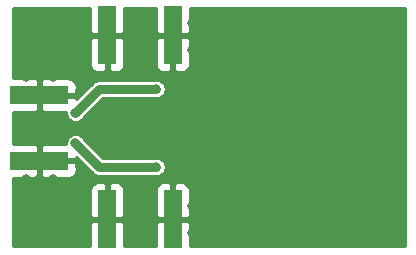
<source format=gbl>
G04 #@! TF.GenerationSoftware,KiCad,Pcbnew,5.1.10-88a1d61d58~88~ubuntu18.04.1*
G04 #@! TF.CreationDate,2021-11-13T13:00:57+01:00*
G04 #@! TF.ProjectId,rf_phase_shifter_5_8GHz,72665f70-6861-4736-955f-736869667465,1.0.0*
G04 #@! TF.SameCoordinates,Original*
G04 #@! TF.FileFunction,Copper,L2,Bot*
G04 #@! TF.FilePolarity,Positive*
%FSLAX46Y46*%
G04 Gerber Fmt 4.6, Leading zero omitted, Abs format (unit mm)*
G04 Created by KiCad (PCBNEW 5.1.10-88a1d61d58~88~ubuntu18.04.1) date 2021-11-13 13:00:57*
%MOMM*%
%LPD*%
G01*
G04 APERTURE LIST*
G04 #@! TA.AperFunction,SMDPad,CuDef*
%ADD10R,5.000000X1.600000*%
G04 #@! TD*
G04 #@! TA.AperFunction,SMDPad,CuDef*
%ADD11R,1.600000X5.000000*%
G04 #@! TD*
G04 #@! TA.AperFunction,ViaPad*
%ADD12C,5.000000*%
G04 #@! TD*
G04 #@! TA.AperFunction,ViaPad*
%ADD13C,0.800000*%
G04 #@! TD*
G04 #@! TA.AperFunction,Conductor*
%ADD14C,0.790000*%
G04 #@! TD*
G04 #@! TA.AperFunction,Conductor*
%ADD15C,0.254000*%
G04 #@! TD*
G04 #@! TA.AperFunction,Conductor*
%ADD16C,0.100000*%
G04 #@! TD*
G04 APERTURE END LIST*
D10*
X75946000Y-61698000D03*
X75946000Y-56158000D03*
D11*
X87225000Y-66654000D03*
X81685000Y-66654000D03*
X81685000Y-51054000D03*
X87225000Y-51054000D03*
D12*
X76073000Y-51181000D03*
X76073000Y-66548000D03*
X104521000Y-51181000D03*
X104521000Y-66548000D03*
D13*
X94119700Y-51473100D03*
X93230700Y-51473100D03*
X102268020Y-56159400D03*
X102268020Y-55270400D03*
X102280720Y-61823600D03*
X102280720Y-62712600D03*
X94132400Y-66382900D03*
X93243400Y-66382900D03*
X75946000Y-63246000D03*
X77089000Y-63246000D03*
X74803000Y-63246000D03*
X75946000Y-54610000D03*
X77089000Y-54610000D03*
X74803000Y-54610000D03*
X80010000Y-51181000D03*
X80010000Y-52324000D03*
X80010000Y-50038000D03*
X88900000Y-51181000D03*
X88900000Y-52324000D03*
X88900000Y-50038000D03*
X88900000Y-66675000D03*
X88900000Y-67818000D03*
X88900000Y-65532000D03*
X80010000Y-67818000D03*
X80010000Y-65532000D03*
X83820000Y-58928000D03*
X80010000Y-66675000D03*
X78994000Y-57658000D03*
X78994000Y-60198000D03*
X85852000Y-62230000D03*
X85852000Y-55626000D03*
D14*
X79062001Y-57589999D02*
X78994000Y-57658000D01*
X78994000Y-60198000D02*
X81026000Y-62230000D01*
X81026000Y-62230000D02*
X85852000Y-62230000D01*
X78994000Y-57658000D02*
X81026000Y-55626000D01*
X81026000Y-55626000D02*
X85852000Y-55626000D01*
D15*
X80250000Y-50768250D02*
X80408750Y-50927000D01*
X81558000Y-50927000D01*
X81558000Y-50907000D01*
X81812000Y-50907000D01*
X81812000Y-50927000D01*
X82961250Y-50927000D01*
X83120000Y-50768250D01*
X83122740Y-48793000D01*
X85787260Y-48793000D01*
X85790000Y-50768250D01*
X85948750Y-50927000D01*
X87098000Y-50927000D01*
X87098000Y-50907000D01*
X87352000Y-50907000D01*
X87352000Y-50927000D01*
X88501250Y-50927000D01*
X88660000Y-50768250D01*
X88662740Y-48793000D01*
X106909001Y-48793000D01*
X106909000Y-68936000D01*
X88662770Y-68936000D01*
X88660000Y-66939750D01*
X88501250Y-66781000D01*
X87352000Y-66781000D01*
X87352000Y-66801000D01*
X87098000Y-66801000D01*
X87098000Y-66781000D01*
X85948750Y-66781000D01*
X85790000Y-66939750D01*
X85787230Y-68936000D01*
X83122770Y-68936000D01*
X83120000Y-66939750D01*
X82961250Y-66781000D01*
X81812000Y-66781000D01*
X81812000Y-66801000D01*
X81558000Y-66801000D01*
X81558000Y-66781000D01*
X80408750Y-66781000D01*
X80250000Y-66939750D01*
X80247230Y-68936000D01*
X73685000Y-68936000D01*
X73685000Y-64154000D01*
X80246928Y-64154000D01*
X80250000Y-66368250D01*
X80408750Y-66527000D01*
X81558000Y-66527000D01*
X81558000Y-63677750D01*
X81812000Y-63677750D01*
X81812000Y-66527000D01*
X82961250Y-66527000D01*
X83120000Y-66368250D01*
X83123072Y-64154000D01*
X85786928Y-64154000D01*
X85790000Y-66368250D01*
X85948750Y-66527000D01*
X87098000Y-66527000D01*
X87098000Y-63677750D01*
X87352000Y-63677750D01*
X87352000Y-66527000D01*
X88501250Y-66527000D01*
X88660000Y-66368250D01*
X88663072Y-64154000D01*
X88650812Y-64029518D01*
X88614502Y-63909820D01*
X88555537Y-63799506D01*
X88476185Y-63702815D01*
X88379494Y-63623463D01*
X88269180Y-63564498D01*
X88149482Y-63528188D01*
X88025000Y-63515928D01*
X87510750Y-63519000D01*
X87352000Y-63677750D01*
X87098000Y-63677750D01*
X86939250Y-63519000D01*
X86425000Y-63515928D01*
X86300518Y-63528188D01*
X86180820Y-63564498D01*
X86070506Y-63623463D01*
X85973815Y-63702815D01*
X85894463Y-63799506D01*
X85835498Y-63909820D01*
X85799188Y-64029518D01*
X85786928Y-64154000D01*
X83123072Y-64154000D01*
X83110812Y-64029518D01*
X83074502Y-63909820D01*
X83015537Y-63799506D01*
X82936185Y-63702815D01*
X82839494Y-63623463D01*
X82729180Y-63564498D01*
X82609482Y-63528188D01*
X82485000Y-63515928D01*
X81970750Y-63519000D01*
X81812000Y-63677750D01*
X81558000Y-63677750D01*
X81399250Y-63519000D01*
X80885000Y-63515928D01*
X80760518Y-63528188D01*
X80640820Y-63564498D01*
X80530506Y-63623463D01*
X80433815Y-63702815D01*
X80354463Y-63799506D01*
X80295498Y-63909820D01*
X80259188Y-64029518D01*
X80246928Y-64154000D01*
X73685000Y-64154000D01*
X73685000Y-63135740D01*
X75660250Y-63133000D01*
X75819000Y-62974250D01*
X75819000Y-61825000D01*
X76073000Y-61825000D01*
X76073000Y-62974250D01*
X76231750Y-63133000D01*
X78446000Y-63136072D01*
X78570482Y-63123812D01*
X78690180Y-63087502D01*
X78800494Y-63028537D01*
X78897185Y-62949185D01*
X78976537Y-62852494D01*
X79035502Y-62742180D01*
X79071812Y-62622482D01*
X79084072Y-62498000D01*
X79081000Y-61983750D01*
X78922250Y-61825000D01*
X76073000Y-61825000D01*
X75819000Y-61825000D01*
X75799000Y-61825000D01*
X75799000Y-61571000D01*
X75819000Y-61571000D01*
X75819000Y-60421750D01*
X76073000Y-60421750D01*
X76073000Y-61571000D01*
X78922250Y-61571000D01*
X79081000Y-61412250D01*
X79081177Y-61382606D01*
X80450337Y-62751767D01*
X80474631Y-62781369D01*
X80504233Y-62805663D01*
X80504235Y-62805665D01*
X80541981Y-62836642D01*
X80592792Y-62878342D01*
X80655543Y-62911883D01*
X80727600Y-62950399D01*
X80873877Y-62994771D01*
X80887958Y-62996158D01*
X80987886Y-63006000D01*
X80987893Y-63006000D01*
X81026000Y-63009753D01*
X81064107Y-63006000D01*
X85749941Y-63006000D01*
X85775078Y-63011000D01*
X85928922Y-63011000D01*
X86079809Y-62980987D01*
X86221942Y-62922113D01*
X86349859Y-62836642D01*
X86458642Y-62727859D01*
X86544113Y-62599942D01*
X86602987Y-62457809D01*
X86633000Y-62306922D01*
X86633000Y-62153078D01*
X86602987Y-62002191D01*
X86544113Y-61860058D01*
X86458642Y-61732141D01*
X86349859Y-61623358D01*
X86221942Y-61537887D01*
X86079809Y-61479013D01*
X85928922Y-61449000D01*
X85775078Y-61449000D01*
X85749941Y-61454000D01*
X81347430Y-61454000D01*
X79614882Y-59721453D01*
X79600642Y-59700141D01*
X79491859Y-59591358D01*
X79363942Y-59505887D01*
X79221809Y-59447013D01*
X79070922Y-59417000D01*
X78917078Y-59417000D01*
X78766191Y-59447013D01*
X78624058Y-59505887D01*
X78496141Y-59591358D01*
X78387358Y-59700141D01*
X78301887Y-59828058D01*
X78243013Y-59970191D01*
X78213000Y-60121078D01*
X78213000Y-60260251D01*
X76231750Y-60263000D01*
X76073000Y-60421750D01*
X75819000Y-60421750D01*
X75660250Y-60263000D01*
X73685000Y-60260260D01*
X73685000Y-57595740D01*
X75660250Y-57593000D01*
X75819000Y-57434250D01*
X75819000Y-56285000D01*
X76073000Y-56285000D01*
X76073000Y-57434250D01*
X76231750Y-57593000D01*
X78213000Y-57595749D01*
X78213000Y-57734922D01*
X78243013Y-57885809D01*
X78301887Y-58027942D01*
X78387358Y-58155859D01*
X78496141Y-58264642D01*
X78624058Y-58350113D01*
X78766191Y-58408987D01*
X78917078Y-58439000D01*
X79070922Y-58439000D01*
X79221809Y-58408987D01*
X79363942Y-58350113D01*
X79491859Y-58264642D01*
X79600642Y-58155859D01*
X79614882Y-58134547D01*
X79637666Y-58111763D01*
X81347430Y-56402000D01*
X85749941Y-56402000D01*
X85775078Y-56407000D01*
X85928922Y-56407000D01*
X86079809Y-56376987D01*
X86221942Y-56318113D01*
X86349859Y-56232642D01*
X86458642Y-56123859D01*
X86544113Y-55995942D01*
X86602987Y-55853809D01*
X86633000Y-55702922D01*
X86633000Y-55549078D01*
X86602987Y-55398191D01*
X86544113Y-55256058D01*
X86458642Y-55128141D01*
X86349859Y-55019358D01*
X86221942Y-54933887D01*
X86079809Y-54875013D01*
X85928922Y-54845000D01*
X85775078Y-54845000D01*
X85749941Y-54850000D01*
X81064107Y-54850000D01*
X81026000Y-54846247D01*
X80987893Y-54850000D01*
X80987886Y-54850000D01*
X80887958Y-54859842D01*
X80873877Y-54861229D01*
X80727600Y-54905601D01*
X80655543Y-54944117D01*
X80592792Y-54977658D01*
X80592790Y-54977659D01*
X80592791Y-54977659D01*
X80504235Y-55050335D01*
X80504233Y-55050337D01*
X80474631Y-55074631D01*
X80450337Y-55104233D01*
X79081177Y-56473394D01*
X79081000Y-56443750D01*
X78922250Y-56285000D01*
X76073000Y-56285000D01*
X75819000Y-56285000D01*
X75799000Y-56285000D01*
X75799000Y-56031000D01*
X75819000Y-56031000D01*
X75819000Y-54881750D01*
X76073000Y-54881750D01*
X76073000Y-56031000D01*
X78922250Y-56031000D01*
X79081000Y-55872250D01*
X79084072Y-55358000D01*
X79071812Y-55233518D01*
X79035502Y-55113820D01*
X78976537Y-55003506D01*
X78897185Y-54906815D01*
X78800494Y-54827463D01*
X78690180Y-54768498D01*
X78570482Y-54732188D01*
X78446000Y-54719928D01*
X76231750Y-54723000D01*
X76073000Y-54881750D01*
X75819000Y-54881750D01*
X75660250Y-54723000D01*
X73685000Y-54720260D01*
X73685000Y-53554000D01*
X80246928Y-53554000D01*
X80259188Y-53678482D01*
X80295498Y-53798180D01*
X80354463Y-53908494D01*
X80433815Y-54005185D01*
X80530506Y-54084537D01*
X80640820Y-54143502D01*
X80760518Y-54179812D01*
X80885000Y-54192072D01*
X81399250Y-54189000D01*
X81558000Y-54030250D01*
X81558000Y-51181000D01*
X81812000Y-51181000D01*
X81812000Y-54030250D01*
X81970750Y-54189000D01*
X82485000Y-54192072D01*
X82609482Y-54179812D01*
X82729180Y-54143502D01*
X82839494Y-54084537D01*
X82936185Y-54005185D01*
X83015537Y-53908494D01*
X83074502Y-53798180D01*
X83110812Y-53678482D01*
X83123072Y-53554000D01*
X85786928Y-53554000D01*
X85799188Y-53678482D01*
X85835498Y-53798180D01*
X85894463Y-53908494D01*
X85973815Y-54005185D01*
X86070506Y-54084537D01*
X86180820Y-54143502D01*
X86300518Y-54179812D01*
X86425000Y-54192072D01*
X86939250Y-54189000D01*
X87098000Y-54030250D01*
X87098000Y-51181000D01*
X87352000Y-51181000D01*
X87352000Y-54030250D01*
X87510750Y-54189000D01*
X88025000Y-54192072D01*
X88149482Y-54179812D01*
X88269180Y-54143502D01*
X88379494Y-54084537D01*
X88476185Y-54005185D01*
X88555537Y-53908494D01*
X88614502Y-53798180D01*
X88650812Y-53678482D01*
X88663072Y-53554000D01*
X88660000Y-51339750D01*
X88501250Y-51181000D01*
X87352000Y-51181000D01*
X87098000Y-51181000D01*
X85948750Y-51181000D01*
X85790000Y-51339750D01*
X85786928Y-53554000D01*
X83123072Y-53554000D01*
X83120000Y-51339750D01*
X82961250Y-51181000D01*
X81812000Y-51181000D01*
X81558000Y-51181000D01*
X80408750Y-51181000D01*
X80250000Y-51339750D01*
X80246928Y-53554000D01*
X73685000Y-53554000D01*
X73685000Y-48793000D01*
X80247260Y-48793000D01*
X80250000Y-50768250D01*
G04 #@! TA.AperFunction,Conductor*
D16*
G36*
X80250000Y-50768250D02*
G01*
X80408750Y-50927000D01*
X81558000Y-50927000D01*
X81558000Y-50907000D01*
X81812000Y-50907000D01*
X81812000Y-50927000D01*
X82961250Y-50927000D01*
X83120000Y-50768250D01*
X83122740Y-48793000D01*
X85787260Y-48793000D01*
X85790000Y-50768250D01*
X85948750Y-50927000D01*
X87098000Y-50927000D01*
X87098000Y-50907000D01*
X87352000Y-50907000D01*
X87352000Y-50927000D01*
X88501250Y-50927000D01*
X88660000Y-50768250D01*
X88662740Y-48793000D01*
X106909001Y-48793000D01*
X106909000Y-68936000D01*
X88662770Y-68936000D01*
X88660000Y-66939750D01*
X88501250Y-66781000D01*
X87352000Y-66781000D01*
X87352000Y-66801000D01*
X87098000Y-66801000D01*
X87098000Y-66781000D01*
X85948750Y-66781000D01*
X85790000Y-66939750D01*
X85787230Y-68936000D01*
X83122770Y-68936000D01*
X83120000Y-66939750D01*
X82961250Y-66781000D01*
X81812000Y-66781000D01*
X81812000Y-66801000D01*
X81558000Y-66801000D01*
X81558000Y-66781000D01*
X80408750Y-66781000D01*
X80250000Y-66939750D01*
X80247230Y-68936000D01*
X73685000Y-68936000D01*
X73685000Y-64154000D01*
X80246928Y-64154000D01*
X80250000Y-66368250D01*
X80408750Y-66527000D01*
X81558000Y-66527000D01*
X81558000Y-63677750D01*
X81812000Y-63677750D01*
X81812000Y-66527000D01*
X82961250Y-66527000D01*
X83120000Y-66368250D01*
X83123072Y-64154000D01*
X85786928Y-64154000D01*
X85790000Y-66368250D01*
X85948750Y-66527000D01*
X87098000Y-66527000D01*
X87098000Y-63677750D01*
X87352000Y-63677750D01*
X87352000Y-66527000D01*
X88501250Y-66527000D01*
X88660000Y-66368250D01*
X88663072Y-64154000D01*
X88650812Y-64029518D01*
X88614502Y-63909820D01*
X88555537Y-63799506D01*
X88476185Y-63702815D01*
X88379494Y-63623463D01*
X88269180Y-63564498D01*
X88149482Y-63528188D01*
X88025000Y-63515928D01*
X87510750Y-63519000D01*
X87352000Y-63677750D01*
X87098000Y-63677750D01*
X86939250Y-63519000D01*
X86425000Y-63515928D01*
X86300518Y-63528188D01*
X86180820Y-63564498D01*
X86070506Y-63623463D01*
X85973815Y-63702815D01*
X85894463Y-63799506D01*
X85835498Y-63909820D01*
X85799188Y-64029518D01*
X85786928Y-64154000D01*
X83123072Y-64154000D01*
X83110812Y-64029518D01*
X83074502Y-63909820D01*
X83015537Y-63799506D01*
X82936185Y-63702815D01*
X82839494Y-63623463D01*
X82729180Y-63564498D01*
X82609482Y-63528188D01*
X82485000Y-63515928D01*
X81970750Y-63519000D01*
X81812000Y-63677750D01*
X81558000Y-63677750D01*
X81399250Y-63519000D01*
X80885000Y-63515928D01*
X80760518Y-63528188D01*
X80640820Y-63564498D01*
X80530506Y-63623463D01*
X80433815Y-63702815D01*
X80354463Y-63799506D01*
X80295498Y-63909820D01*
X80259188Y-64029518D01*
X80246928Y-64154000D01*
X73685000Y-64154000D01*
X73685000Y-63135740D01*
X75660250Y-63133000D01*
X75819000Y-62974250D01*
X75819000Y-61825000D01*
X76073000Y-61825000D01*
X76073000Y-62974250D01*
X76231750Y-63133000D01*
X78446000Y-63136072D01*
X78570482Y-63123812D01*
X78690180Y-63087502D01*
X78800494Y-63028537D01*
X78897185Y-62949185D01*
X78976537Y-62852494D01*
X79035502Y-62742180D01*
X79071812Y-62622482D01*
X79084072Y-62498000D01*
X79081000Y-61983750D01*
X78922250Y-61825000D01*
X76073000Y-61825000D01*
X75819000Y-61825000D01*
X75799000Y-61825000D01*
X75799000Y-61571000D01*
X75819000Y-61571000D01*
X75819000Y-60421750D01*
X76073000Y-60421750D01*
X76073000Y-61571000D01*
X78922250Y-61571000D01*
X79081000Y-61412250D01*
X79081177Y-61382606D01*
X80450337Y-62751767D01*
X80474631Y-62781369D01*
X80504233Y-62805663D01*
X80504235Y-62805665D01*
X80541981Y-62836642D01*
X80592792Y-62878342D01*
X80655543Y-62911883D01*
X80727600Y-62950399D01*
X80873877Y-62994771D01*
X80887958Y-62996158D01*
X80987886Y-63006000D01*
X80987893Y-63006000D01*
X81026000Y-63009753D01*
X81064107Y-63006000D01*
X85749941Y-63006000D01*
X85775078Y-63011000D01*
X85928922Y-63011000D01*
X86079809Y-62980987D01*
X86221942Y-62922113D01*
X86349859Y-62836642D01*
X86458642Y-62727859D01*
X86544113Y-62599942D01*
X86602987Y-62457809D01*
X86633000Y-62306922D01*
X86633000Y-62153078D01*
X86602987Y-62002191D01*
X86544113Y-61860058D01*
X86458642Y-61732141D01*
X86349859Y-61623358D01*
X86221942Y-61537887D01*
X86079809Y-61479013D01*
X85928922Y-61449000D01*
X85775078Y-61449000D01*
X85749941Y-61454000D01*
X81347430Y-61454000D01*
X79614882Y-59721453D01*
X79600642Y-59700141D01*
X79491859Y-59591358D01*
X79363942Y-59505887D01*
X79221809Y-59447013D01*
X79070922Y-59417000D01*
X78917078Y-59417000D01*
X78766191Y-59447013D01*
X78624058Y-59505887D01*
X78496141Y-59591358D01*
X78387358Y-59700141D01*
X78301887Y-59828058D01*
X78243013Y-59970191D01*
X78213000Y-60121078D01*
X78213000Y-60260251D01*
X76231750Y-60263000D01*
X76073000Y-60421750D01*
X75819000Y-60421750D01*
X75660250Y-60263000D01*
X73685000Y-60260260D01*
X73685000Y-57595740D01*
X75660250Y-57593000D01*
X75819000Y-57434250D01*
X75819000Y-56285000D01*
X76073000Y-56285000D01*
X76073000Y-57434250D01*
X76231750Y-57593000D01*
X78213000Y-57595749D01*
X78213000Y-57734922D01*
X78243013Y-57885809D01*
X78301887Y-58027942D01*
X78387358Y-58155859D01*
X78496141Y-58264642D01*
X78624058Y-58350113D01*
X78766191Y-58408987D01*
X78917078Y-58439000D01*
X79070922Y-58439000D01*
X79221809Y-58408987D01*
X79363942Y-58350113D01*
X79491859Y-58264642D01*
X79600642Y-58155859D01*
X79614882Y-58134547D01*
X79637666Y-58111763D01*
X81347430Y-56402000D01*
X85749941Y-56402000D01*
X85775078Y-56407000D01*
X85928922Y-56407000D01*
X86079809Y-56376987D01*
X86221942Y-56318113D01*
X86349859Y-56232642D01*
X86458642Y-56123859D01*
X86544113Y-55995942D01*
X86602987Y-55853809D01*
X86633000Y-55702922D01*
X86633000Y-55549078D01*
X86602987Y-55398191D01*
X86544113Y-55256058D01*
X86458642Y-55128141D01*
X86349859Y-55019358D01*
X86221942Y-54933887D01*
X86079809Y-54875013D01*
X85928922Y-54845000D01*
X85775078Y-54845000D01*
X85749941Y-54850000D01*
X81064107Y-54850000D01*
X81026000Y-54846247D01*
X80987893Y-54850000D01*
X80987886Y-54850000D01*
X80887958Y-54859842D01*
X80873877Y-54861229D01*
X80727600Y-54905601D01*
X80655543Y-54944117D01*
X80592792Y-54977658D01*
X80592790Y-54977659D01*
X80592791Y-54977659D01*
X80504235Y-55050335D01*
X80504233Y-55050337D01*
X80474631Y-55074631D01*
X80450337Y-55104233D01*
X79081177Y-56473394D01*
X79081000Y-56443750D01*
X78922250Y-56285000D01*
X76073000Y-56285000D01*
X75819000Y-56285000D01*
X75799000Y-56285000D01*
X75799000Y-56031000D01*
X75819000Y-56031000D01*
X75819000Y-54881750D01*
X76073000Y-54881750D01*
X76073000Y-56031000D01*
X78922250Y-56031000D01*
X79081000Y-55872250D01*
X79084072Y-55358000D01*
X79071812Y-55233518D01*
X79035502Y-55113820D01*
X78976537Y-55003506D01*
X78897185Y-54906815D01*
X78800494Y-54827463D01*
X78690180Y-54768498D01*
X78570482Y-54732188D01*
X78446000Y-54719928D01*
X76231750Y-54723000D01*
X76073000Y-54881750D01*
X75819000Y-54881750D01*
X75660250Y-54723000D01*
X73685000Y-54720260D01*
X73685000Y-53554000D01*
X80246928Y-53554000D01*
X80259188Y-53678482D01*
X80295498Y-53798180D01*
X80354463Y-53908494D01*
X80433815Y-54005185D01*
X80530506Y-54084537D01*
X80640820Y-54143502D01*
X80760518Y-54179812D01*
X80885000Y-54192072D01*
X81399250Y-54189000D01*
X81558000Y-54030250D01*
X81558000Y-51181000D01*
X81812000Y-51181000D01*
X81812000Y-54030250D01*
X81970750Y-54189000D01*
X82485000Y-54192072D01*
X82609482Y-54179812D01*
X82729180Y-54143502D01*
X82839494Y-54084537D01*
X82936185Y-54005185D01*
X83015537Y-53908494D01*
X83074502Y-53798180D01*
X83110812Y-53678482D01*
X83123072Y-53554000D01*
X85786928Y-53554000D01*
X85799188Y-53678482D01*
X85835498Y-53798180D01*
X85894463Y-53908494D01*
X85973815Y-54005185D01*
X86070506Y-54084537D01*
X86180820Y-54143502D01*
X86300518Y-54179812D01*
X86425000Y-54192072D01*
X86939250Y-54189000D01*
X87098000Y-54030250D01*
X87098000Y-51181000D01*
X87352000Y-51181000D01*
X87352000Y-54030250D01*
X87510750Y-54189000D01*
X88025000Y-54192072D01*
X88149482Y-54179812D01*
X88269180Y-54143502D01*
X88379494Y-54084537D01*
X88476185Y-54005185D01*
X88555537Y-53908494D01*
X88614502Y-53798180D01*
X88650812Y-53678482D01*
X88663072Y-53554000D01*
X88660000Y-51339750D01*
X88501250Y-51181000D01*
X87352000Y-51181000D01*
X87098000Y-51181000D01*
X85948750Y-51181000D01*
X85790000Y-51339750D01*
X85786928Y-53554000D01*
X83123072Y-53554000D01*
X83120000Y-51339750D01*
X82961250Y-51181000D01*
X81812000Y-51181000D01*
X81558000Y-51181000D01*
X80408750Y-51181000D01*
X80250000Y-51339750D01*
X80246928Y-53554000D01*
X73685000Y-53554000D01*
X73685000Y-48793000D01*
X80247260Y-48793000D01*
X80250000Y-50768250D01*
G37*
G04 #@! TD.AperFunction*
M02*

</source>
